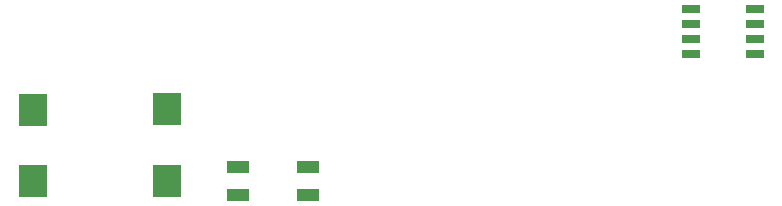
<source format=gtp>
G04*
G04 #@! TF.GenerationSoftware,Altium Limited,Altium Designer,23.6.0 (18)*
G04*
G04 Layer_Color=8421504*
%FSLAX44Y44*%
%MOMM*%
G71*
G04*
G04 #@! TF.SameCoordinates,7898EC2A-0A59-48EF-961D-189EECB35E8C*
G04*
G04*
G04 #@! TF.FilePolarity,Positive*
G04*
G01*
G75*
%ADD14R,2.4000X2.8000*%
%ADD15R,1.5250X0.6500*%
%ADD16R,1.8500X1.0000*%
D14*
X139400Y762000D02*
D03*
X25400D02*
D03*
Y822200D02*
D03*
X139400Y823000D02*
D03*
D15*
X636720Y908050D02*
D03*
Y895350D02*
D03*
Y882650D02*
D03*
Y869950D02*
D03*
X582480D02*
D03*
Y882650D02*
D03*
Y895350D02*
D03*
Y908050D02*
D03*
D16*
X198850Y774000D02*
D03*
Y750000D02*
D03*
X258350D02*
D03*
Y774000D02*
D03*
M02*

</source>
